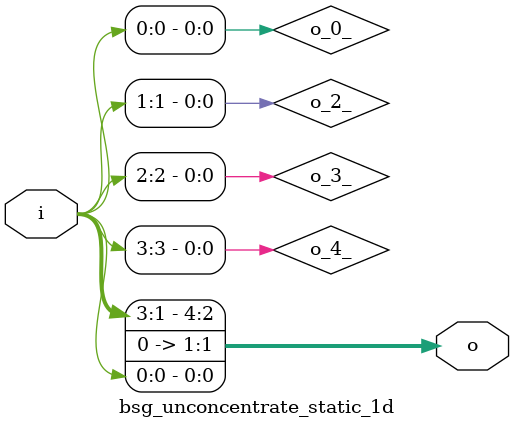
<source format=v>
module bsg_unconcentrate_static_1d
(
  i,
  o
);
  input [3:0] i;
  output [4:0] o;
  wire [4:0] o;
  wire o_4_,o_3_,o_2_,o_0_;
  assign o[1] = 1'b0;
  assign o_4_ = i[3];
  assign o[4] = o_4_;
  assign o_3_ = i[2];
  assign o[3] = o_3_;
  assign o_2_ = i[1];
  assign o[2] = o_2_;
  assign o_0_ = i[0];
  assign o[0] = o_0_;
endmodule
</source>
